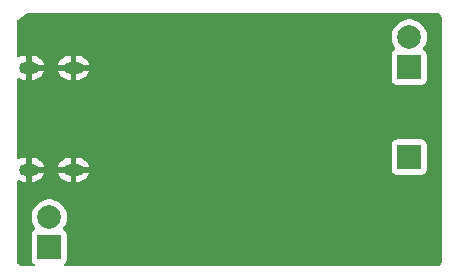
<source format=gbr>
%TF.GenerationSoftware,KiCad,Pcbnew,9.0.7-9.0.7~ubuntu24.04.1*%
%TF.CreationDate,2026-01-27T10:33:44-05:00*%
%TF.ProjectId,battery-charging-experimentation,62617474-6572-4792-9d63-68617267696e,rev?*%
%TF.SameCoordinates,Original*%
%TF.FileFunction,Copper,L2,Bot*%
%TF.FilePolarity,Positive*%
%FSLAX46Y46*%
G04 Gerber Fmt 4.6, Leading zero omitted, Abs format (unit mm)*
G04 Created by KiCad (PCBNEW 9.0.7-9.0.7~ubuntu24.04.1) date 2026-01-27 10:33:44*
%MOMM*%
%LPD*%
G01*
G04 APERTURE LIST*
%TA.AperFunction,ComponentPad*%
%ADD10C,2.000000*%
%TD*%
%TA.AperFunction,ComponentPad*%
%ADD11R,2.000000X2.000000*%
%TD*%
%TA.AperFunction,ComponentPad*%
%ADD12O,1.700000X1.000000*%
%TD*%
%TA.AperFunction,HeatsinkPad*%
%ADD13C,0.500000*%
%TD*%
%TA.AperFunction,HeatsinkPad*%
%ADD14R,1.900000X2.900000*%
%TD*%
%TA.AperFunction,ViaPad*%
%ADD15C,1.000000*%
%TD*%
G04 APERTURE END LIST*
D10*
%TO.P,Extra1,2,2*%
%TO.N,unconnected-(Extra1-Pad2)*%
X56750000Y-65330000D03*
D11*
%TO.P,Extra1,1,1*%
%TO.N,unconnected-(Extra1-Pad1)*%
X56750000Y-67870000D03*
%TD*%
%TO.P,Battery1,1,1*%
%TO.N,BATT+*%
X87230000Y-52630000D03*
D10*
%TO.P,Battery1,2,2*%
%TO.N,/Raw Bat -*%
X87230000Y-50090000D03*
%TD*%
D12*
%TO.P,J1,S1,SHIELD*%
%TO.N,GND*%
X58800000Y-52680000D03*
X55000000Y-52680000D03*
X58800000Y-61320000D03*
X55000000Y-61320000D03*
%TD*%
D10*
%TO.P,Out1,2,2*%
%TO.N,GND*%
X87230000Y-57710000D03*
D11*
%TO.P,Out1,1,1*%
%TO.N,/VBUS or BATT+*%
X87230000Y-60250000D03*
%TD*%
D13*
%TO.P,U3,9,EPAD*%
%TO.N,GND*%
X71350000Y-57895000D03*
X71350000Y-59095000D03*
X71350000Y-60295000D03*
D14*
X72050000Y-59095000D03*
D13*
X72750000Y-57895000D03*
X72750000Y-59095000D03*
X72750000Y-60295000D03*
%TD*%
D15*
%TO.N,GND*%
X67000000Y-59250000D03*
X69508884Y-63508884D03*
X74329778Y-55480726D03*
X62036975Y-56286975D03*
X68750000Y-56365000D03*
X78750000Y-49000000D03*
X79802682Y-54830692D03*
X84750000Y-68500000D03*
X67116116Y-62366116D03*
X67000000Y-68000000D03*
%TD*%
%TA.AperFunction,Conductor*%
%TO.N,GND*%
G36*
X89506922Y-48001280D02*
G01*
X89597266Y-48011459D01*
X89624331Y-48017636D01*
X89703540Y-48045352D01*
X89728553Y-48057398D01*
X89799606Y-48102043D01*
X89821313Y-48119355D01*
X89880644Y-48178686D01*
X89897957Y-48200395D01*
X89942600Y-48271444D01*
X89954648Y-48296462D01*
X89982362Y-48375666D01*
X89988540Y-48402735D01*
X89998720Y-48493076D01*
X89999500Y-48506961D01*
X89999500Y-68993038D01*
X89998720Y-69006922D01*
X89998720Y-69006923D01*
X89988540Y-69097264D01*
X89982362Y-69124333D01*
X89954648Y-69203537D01*
X89942600Y-69228555D01*
X89897957Y-69299604D01*
X89880644Y-69321313D01*
X89821313Y-69380644D01*
X89799604Y-69397957D01*
X89728555Y-69442600D01*
X89703537Y-69454648D01*
X89624333Y-69482362D01*
X89597264Y-69488540D01*
X89525151Y-69496666D01*
X89506921Y-69498720D01*
X89493038Y-69499500D01*
X58116819Y-69499500D01*
X58049780Y-69479815D01*
X58004025Y-69427011D01*
X57994081Y-69357853D01*
X58023106Y-69294297D01*
X58042505Y-69276235D01*
X58107546Y-69227546D01*
X58193796Y-69112331D01*
X58244091Y-68977483D01*
X58250500Y-68917873D01*
X58250499Y-66822128D01*
X58244091Y-66762517D01*
X58193796Y-66627669D01*
X58193795Y-66627668D01*
X58193793Y-66627664D01*
X58107547Y-66512455D01*
X58107544Y-66512452D01*
X57992335Y-66426206D01*
X57984546Y-66421953D01*
X57986331Y-66418683D01*
X57944448Y-66387284D01*
X57920078Y-66321803D01*
X57934978Y-66253540D01*
X57943441Y-66240171D01*
X58033343Y-66116433D01*
X58140568Y-65905992D01*
X58213553Y-65681368D01*
X58250500Y-65448097D01*
X58250500Y-65211902D01*
X58213553Y-64978631D01*
X58140566Y-64754003D01*
X58033342Y-64543566D01*
X57894517Y-64352490D01*
X57727510Y-64185483D01*
X57536433Y-64046657D01*
X57325996Y-63939433D01*
X57101368Y-63866446D01*
X56868097Y-63829500D01*
X56868092Y-63829500D01*
X56631908Y-63829500D01*
X56631903Y-63829500D01*
X56398631Y-63866446D01*
X56174003Y-63939433D01*
X55963566Y-64046657D01*
X55854550Y-64125862D01*
X55772490Y-64185483D01*
X55772488Y-64185485D01*
X55772487Y-64185485D01*
X55605485Y-64352487D01*
X55605485Y-64352488D01*
X55605483Y-64352490D01*
X55545862Y-64434550D01*
X55466657Y-64543566D01*
X55359433Y-64754003D01*
X55286446Y-64978631D01*
X55249500Y-65211902D01*
X55249500Y-65448097D01*
X55286446Y-65681368D01*
X55359433Y-65905996D01*
X55466657Y-66116433D01*
X55556549Y-66240158D01*
X55580029Y-66305965D01*
X55564204Y-66374019D01*
X55515255Y-66421589D01*
X55515454Y-66421953D01*
X55514146Y-66422667D01*
X55514098Y-66422714D01*
X55513885Y-66422809D01*
X55507664Y-66426206D01*
X55392455Y-66512452D01*
X55392452Y-66512455D01*
X55306206Y-66627664D01*
X55306202Y-66627671D01*
X55255908Y-66762517D01*
X55249501Y-66822116D01*
X55249501Y-66822123D01*
X55249500Y-66822135D01*
X55249500Y-68917870D01*
X55249501Y-68917876D01*
X55255908Y-68977483D01*
X55306202Y-69112328D01*
X55306206Y-69112335D01*
X55366069Y-69192300D01*
X55392454Y-69227546D01*
X55457492Y-69276234D01*
X55499363Y-69332167D01*
X55504347Y-69401859D01*
X55470862Y-69463182D01*
X55409538Y-69496666D01*
X55383181Y-69499500D01*
X54506963Y-69499500D01*
X54493078Y-69498720D01*
X54489413Y-69498307D01*
X54434672Y-69492138D01*
X54374158Y-69468118D01*
X54142396Y-69294297D01*
X54084060Y-69250545D01*
X54042240Y-69194575D01*
X54041419Y-69192300D01*
X54017637Y-69124333D01*
X54011459Y-69097263D01*
X54001280Y-69006922D01*
X54000500Y-68993038D01*
X54000500Y-62318940D01*
X54020185Y-62251901D01*
X54072989Y-62206146D01*
X54142147Y-62196202D01*
X54171953Y-62204379D01*
X54358310Y-62281570D01*
X54358318Y-62281572D01*
X54551504Y-62319999D01*
X54551508Y-62320000D01*
X54750000Y-62320000D01*
X54750000Y-61570012D01*
X55250000Y-61570012D01*
X55250000Y-62320000D01*
X55448492Y-62320000D01*
X55448495Y-62319999D01*
X55641681Y-62281572D01*
X55641693Y-62281569D01*
X55823671Y-62206192D01*
X55823684Y-62206185D01*
X55987462Y-62096751D01*
X55987466Y-62096748D01*
X56126748Y-61957466D01*
X56126751Y-61957462D01*
X56236185Y-61793684D01*
X56236192Y-61793671D01*
X56311569Y-61611692D01*
X56311569Y-61611690D01*
X56319862Y-61570000D01*
X55399746Y-61570000D01*
X55491607Y-61531950D01*
X55561937Y-61461620D01*
X55599999Y-61369730D01*
X55599999Y-61270270D01*
X55561937Y-61178380D01*
X55491607Y-61108050D01*
X55399746Y-61070000D01*
X56319862Y-61070000D01*
X57480138Y-61070000D01*
X58400254Y-61070000D01*
X58308393Y-61108050D01*
X58238063Y-61178380D01*
X58200001Y-61270270D01*
X58200001Y-61369730D01*
X58238063Y-61461620D01*
X58308393Y-61531950D01*
X58400254Y-61570000D01*
X57480138Y-61570000D01*
X57488430Y-61611690D01*
X57488430Y-61611692D01*
X57563807Y-61793671D01*
X57563814Y-61793684D01*
X57673248Y-61957462D01*
X57673251Y-61957466D01*
X57812533Y-62096748D01*
X57812537Y-62096751D01*
X57976315Y-62206185D01*
X57976328Y-62206192D01*
X58158306Y-62281569D01*
X58158318Y-62281572D01*
X58351504Y-62319999D01*
X58351508Y-62320000D01*
X58550000Y-62320000D01*
X58550000Y-61570012D01*
X59050000Y-61570012D01*
X59050000Y-62320000D01*
X59248492Y-62320000D01*
X59248495Y-62319999D01*
X59441681Y-62281572D01*
X59441693Y-62281569D01*
X59623671Y-62206192D01*
X59623684Y-62206185D01*
X59787462Y-62096751D01*
X59787466Y-62096748D01*
X59926748Y-61957466D01*
X59926751Y-61957462D01*
X60036185Y-61793684D01*
X60036192Y-61793671D01*
X60111569Y-61611692D01*
X60111569Y-61611690D01*
X60119862Y-61570000D01*
X59199746Y-61570000D01*
X59291607Y-61531950D01*
X59361937Y-61461620D01*
X59399999Y-61369730D01*
X59399999Y-61270270D01*
X59361937Y-61178380D01*
X59291607Y-61108050D01*
X59199746Y-61070000D01*
X60119862Y-61070000D01*
X60111569Y-61028309D01*
X60111569Y-61028307D01*
X60036192Y-60846328D01*
X60036185Y-60846315D01*
X59926751Y-60682537D01*
X59926748Y-60682533D01*
X59787466Y-60543251D01*
X59787462Y-60543248D01*
X59623684Y-60433814D01*
X59623671Y-60433807D01*
X59441693Y-60358430D01*
X59441681Y-60358427D01*
X59248495Y-60320000D01*
X59050000Y-60320000D01*
X59050000Y-61069988D01*
X58550000Y-61069988D01*
X58550000Y-60320000D01*
X58351504Y-60320000D01*
X58158318Y-60358427D01*
X58158306Y-60358430D01*
X57976328Y-60433807D01*
X57976315Y-60433814D01*
X57812537Y-60543248D01*
X57812533Y-60543251D01*
X57673251Y-60682533D01*
X57673248Y-60682537D01*
X57563814Y-60846315D01*
X57563807Y-60846328D01*
X57488430Y-61028307D01*
X57488430Y-61028309D01*
X57480138Y-61070000D01*
X56319862Y-61070000D01*
X56311569Y-61028309D01*
X56311569Y-61028307D01*
X56236192Y-60846328D01*
X56236185Y-60846315D01*
X56126751Y-60682537D01*
X56126748Y-60682533D01*
X55987466Y-60543251D01*
X55987462Y-60543248D01*
X55823684Y-60433814D01*
X55823671Y-60433807D01*
X55641693Y-60358430D01*
X55641681Y-60358427D01*
X55448495Y-60320000D01*
X55250000Y-60320000D01*
X55250000Y-61069988D01*
X54750000Y-61069988D01*
X54750000Y-60320000D01*
X54551504Y-60320000D01*
X54358318Y-60358427D01*
X54358306Y-60358430D01*
X54171952Y-60435620D01*
X54102483Y-60443089D01*
X54040004Y-60411813D01*
X54004352Y-60351724D01*
X54000500Y-60321059D01*
X54000500Y-59202135D01*
X85729500Y-59202135D01*
X85729500Y-61297870D01*
X85729501Y-61297876D01*
X85735908Y-61357483D01*
X85786202Y-61492328D01*
X85786206Y-61492335D01*
X85872452Y-61607544D01*
X85872455Y-61607547D01*
X85987664Y-61693793D01*
X85987671Y-61693797D01*
X86122517Y-61744091D01*
X86122516Y-61744091D01*
X86129444Y-61744835D01*
X86182127Y-61750500D01*
X88277872Y-61750499D01*
X88337483Y-61744091D01*
X88472331Y-61693796D01*
X88587546Y-61607546D01*
X88673796Y-61492331D01*
X88724091Y-61357483D01*
X88730500Y-61297873D01*
X88730499Y-59202128D01*
X88724091Y-59142517D01*
X88673796Y-59007669D01*
X88673795Y-59007668D01*
X88673793Y-59007664D01*
X88587547Y-58892455D01*
X88587544Y-58892452D01*
X88472335Y-58806206D01*
X88472328Y-58806202D01*
X88337482Y-58755908D01*
X88337483Y-58755908D01*
X88277883Y-58749501D01*
X88277881Y-58749500D01*
X88277873Y-58749500D01*
X88277864Y-58749500D01*
X86182129Y-58749500D01*
X86182123Y-58749501D01*
X86122516Y-58755908D01*
X85987671Y-58806202D01*
X85987664Y-58806206D01*
X85872455Y-58892452D01*
X85872452Y-58892455D01*
X85786206Y-59007664D01*
X85786202Y-59007671D01*
X85735908Y-59142517D01*
X85729501Y-59202116D01*
X85729501Y-59202123D01*
X85729500Y-59202135D01*
X54000500Y-59202135D01*
X54000500Y-53678940D01*
X54020185Y-53611901D01*
X54072989Y-53566146D01*
X54142147Y-53556202D01*
X54171953Y-53564379D01*
X54358310Y-53641570D01*
X54358318Y-53641572D01*
X54551504Y-53679999D01*
X54551508Y-53680000D01*
X54750000Y-53680000D01*
X54750000Y-52930012D01*
X55250000Y-52930012D01*
X55250000Y-53680000D01*
X55448492Y-53680000D01*
X55448495Y-53679999D01*
X55641681Y-53641572D01*
X55641693Y-53641569D01*
X55823671Y-53566192D01*
X55823684Y-53566185D01*
X55987462Y-53456751D01*
X55987466Y-53456748D01*
X56126748Y-53317466D01*
X56126751Y-53317462D01*
X56236185Y-53153684D01*
X56236192Y-53153671D01*
X56311569Y-52971692D01*
X56311569Y-52971690D01*
X56319862Y-52930000D01*
X55399746Y-52930000D01*
X55491607Y-52891950D01*
X55561937Y-52821620D01*
X55599999Y-52729730D01*
X55599999Y-52630270D01*
X55561937Y-52538380D01*
X55491607Y-52468050D01*
X55399746Y-52430000D01*
X56319862Y-52430000D01*
X57480138Y-52430000D01*
X58400254Y-52430000D01*
X58308393Y-52468050D01*
X58238063Y-52538380D01*
X58200001Y-52630270D01*
X58200001Y-52729730D01*
X58238063Y-52821620D01*
X58308393Y-52891950D01*
X58400254Y-52930000D01*
X57480138Y-52930000D01*
X57488430Y-52971690D01*
X57488430Y-52971692D01*
X57563807Y-53153671D01*
X57563814Y-53153684D01*
X57673248Y-53317462D01*
X57673251Y-53317466D01*
X57812533Y-53456748D01*
X57812537Y-53456751D01*
X57976315Y-53566185D01*
X57976328Y-53566192D01*
X58158306Y-53641569D01*
X58158318Y-53641572D01*
X58351504Y-53679999D01*
X58351508Y-53680000D01*
X58550000Y-53680000D01*
X58550000Y-52930012D01*
X59050000Y-52930012D01*
X59050000Y-53680000D01*
X59248492Y-53680000D01*
X59248495Y-53679999D01*
X59441681Y-53641572D01*
X59441693Y-53641569D01*
X59623671Y-53566192D01*
X59623684Y-53566185D01*
X59787462Y-53456751D01*
X59787466Y-53456748D01*
X59926748Y-53317466D01*
X59926751Y-53317462D01*
X60036185Y-53153684D01*
X60036192Y-53153671D01*
X60111569Y-52971692D01*
X60111569Y-52971690D01*
X60119862Y-52930000D01*
X59199746Y-52930000D01*
X59291607Y-52891950D01*
X59361937Y-52821620D01*
X59399999Y-52729730D01*
X59399999Y-52630270D01*
X59361937Y-52538380D01*
X59291607Y-52468050D01*
X59199746Y-52430000D01*
X60119862Y-52430000D01*
X60111569Y-52388309D01*
X60111569Y-52388307D01*
X60036192Y-52206328D01*
X60036185Y-52206315D01*
X59926751Y-52042537D01*
X59926748Y-52042533D01*
X59787466Y-51903251D01*
X59787462Y-51903248D01*
X59623684Y-51793814D01*
X59623671Y-51793807D01*
X59441693Y-51718430D01*
X59441681Y-51718427D01*
X59248495Y-51680000D01*
X59050000Y-51680000D01*
X59050000Y-52429988D01*
X58550000Y-52429988D01*
X58550000Y-51680000D01*
X58351504Y-51680000D01*
X58158318Y-51718427D01*
X58158306Y-51718430D01*
X57976328Y-51793807D01*
X57976315Y-51793814D01*
X57812537Y-51903248D01*
X57812533Y-51903251D01*
X57673251Y-52042533D01*
X57673248Y-52042537D01*
X57563814Y-52206315D01*
X57563807Y-52206328D01*
X57488430Y-52388307D01*
X57488430Y-52388309D01*
X57480138Y-52430000D01*
X56319862Y-52430000D01*
X56311569Y-52388309D01*
X56311569Y-52388307D01*
X56236192Y-52206328D01*
X56236185Y-52206315D01*
X56126751Y-52042537D01*
X56126748Y-52042533D01*
X55987466Y-51903251D01*
X55987462Y-51903248D01*
X55823684Y-51793814D01*
X55823671Y-51793807D01*
X55641693Y-51718430D01*
X55641681Y-51718427D01*
X55448495Y-51680000D01*
X55250000Y-51680000D01*
X55250000Y-52429988D01*
X54750000Y-52429988D01*
X54750000Y-51680000D01*
X54551504Y-51680000D01*
X54358318Y-51718427D01*
X54358306Y-51718430D01*
X54171952Y-51795620D01*
X54102483Y-51803089D01*
X54040004Y-51771813D01*
X54004352Y-51711724D01*
X54000500Y-51681059D01*
X54000500Y-49971902D01*
X85729500Y-49971902D01*
X85729500Y-50208097D01*
X85766446Y-50441368D01*
X85839433Y-50665996D01*
X85946657Y-50876433D01*
X86036549Y-51000158D01*
X86060029Y-51065965D01*
X86044204Y-51134019D01*
X85995255Y-51181589D01*
X85995454Y-51181953D01*
X85994146Y-51182667D01*
X85994098Y-51182714D01*
X85993885Y-51182809D01*
X85987664Y-51186206D01*
X85872455Y-51272452D01*
X85872452Y-51272455D01*
X85786206Y-51387664D01*
X85786202Y-51387671D01*
X85735908Y-51522517D01*
X85729501Y-51582116D01*
X85729501Y-51582123D01*
X85729500Y-51582135D01*
X85729500Y-53677870D01*
X85729501Y-53677876D01*
X85735908Y-53737483D01*
X85786202Y-53872328D01*
X85786206Y-53872335D01*
X85872452Y-53987544D01*
X85872455Y-53987547D01*
X85987664Y-54073793D01*
X85987671Y-54073797D01*
X86122517Y-54124091D01*
X86122516Y-54124091D01*
X86129444Y-54124835D01*
X86182127Y-54130500D01*
X88277872Y-54130499D01*
X88337483Y-54124091D01*
X88472331Y-54073796D01*
X88587546Y-53987546D01*
X88673796Y-53872331D01*
X88724091Y-53737483D01*
X88730500Y-53677873D01*
X88730499Y-51582128D01*
X88724091Y-51522517D01*
X88673796Y-51387669D01*
X88673795Y-51387668D01*
X88673793Y-51387664D01*
X88587547Y-51272455D01*
X88587544Y-51272452D01*
X88472335Y-51186206D01*
X88464546Y-51181953D01*
X88466331Y-51178683D01*
X88424448Y-51147284D01*
X88400078Y-51081803D01*
X88414978Y-51013540D01*
X88423441Y-51000171D01*
X88513343Y-50876433D01*
X88620568Y-50665992D01*
X88693553Y-50441368D01*
X88730500Y-50208097D01*
X88730500Y-49971902D01*
X88693553Y-49738631D01*
X88620566Y-49514003D01*
X88513342Y-49303566D01*
X88374517Y-49112490D01*
X88207510Y-48945483D01*
X88016433Y-48806657D01*
X87805996Y-48699433D01*
X87581368Y-48626446D01*
X87348097Y-48589500D01*
X87348092Y-48589500D01*
X87111908Y-48589500D01*
X87111903Y-48589500D01*
X86878631Y-48626446D01*
X86654003Y-48699433D01*
X86443566Y-48806657D01*
X86334550Y-48885862D01*
X86252490Y-48945483D01*
X86252488Y-48945485D01*
X86252487Y-48945485D01*
X86085485Y-49112487D01*
X86085485Y-49112488D01*
X86085483Y-49112490D01*
X86025862Y-49194550D01*
X85946657Y-49303566D01*
X85839433Y-49514003D01*
X85766446Y-49738631D01*
X85729500Y-49971902D01*
X54000500Y-49971902D01*
X54000500Y-48696774D01*
X54020185Y-48629735D01*
X54058509Y-48591792D01*
X54810117Y-48119355D01*
X54968951Y-48019517D01*
X55034940Y-48000500D01*
X89434108Y-48000500D01*
X89493038Y-48000500D01*
X89506922Y-48001280D01*
G37*
%TD.AperFunction*%
%TD*%
M02*

</source>
